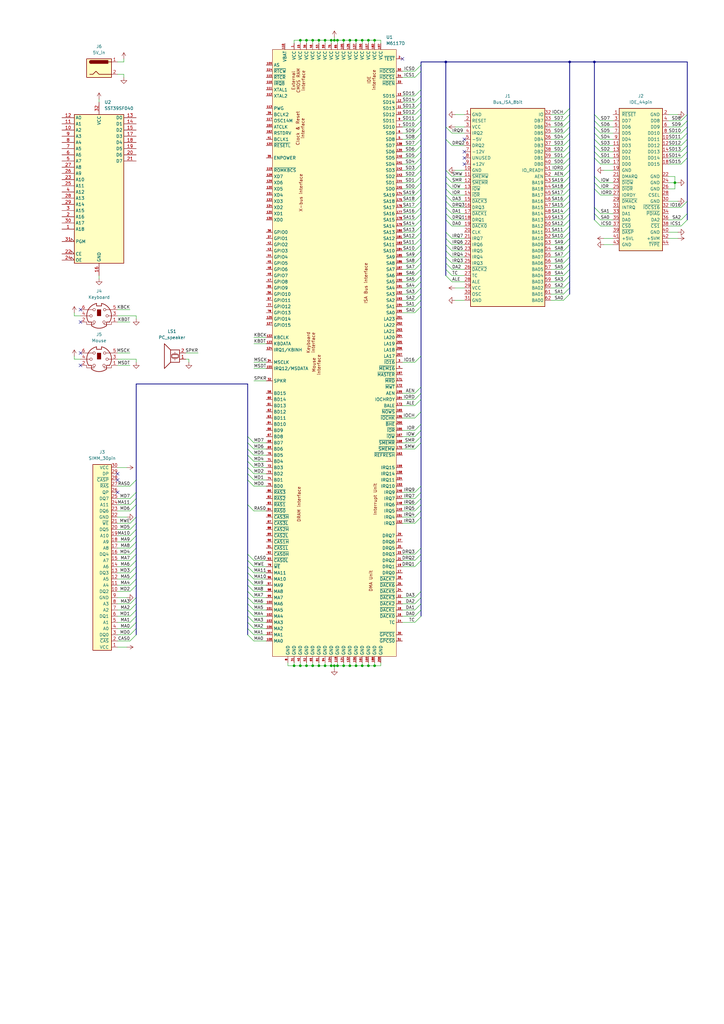
<source format=kicad_sch>
(kicad_sch (version 20231120) (generator "eeschema") (generator_version "8.0")
  (paper "A3" portrait)
  (title_block (title "Breakout386 main board") (company "Itsemast"))
  (junction (at 243.84 25.4))
  (junction (at 148.59 273.05))
  (junction (at 276.86 74.93))
  (junction (at 148.59 16.51))
  (junction (at 137.16 273.05))
  (junction (at 130.81 16.51))
  (junction (at 182.88 25.4))
  (junction (at 143.51 16.51))
  (junction (at 140.97 273.05))
  (junction (at 128.27 16.51))
  (junction (at 120.65 273.05))
  (junction (at 138.43 16.51))
  (junction (at 133.35 16.51))
  (junction (at 140.97 16.51))
  (junction (at 123.19 16.51))
  (junction (at 151.13 273.05))
  (junction (at 153.67 16.51))
  (junction (at 233.68 25.4))
  (junction (at 146.05 273.05))
  (junction (at 133.35 273.05))
  (junction (at 135.89 16.51))
  (junction (at 138.43 273.05))
  (junction (at 146.05 16.51))
  (junction (at 135.89 273.05))
  (junction (at 153.67 273.05))
  (junction (at 143.51 273.05))
  (junction (at 151.13 16.51))
  (junction (at 137.16 16.51))
  (junction (at 123.19 273.05))
  (junction (at 125.73 273.05))
  (junction (at 130.81 273.05))
  (junction (at 128.27 273.05))
  (junction (at 125.73 16.51))
  (no_connect (at 33.02 127))
  (no_connect (at 190.5 62.23))
  (no_connect (at 190.5 64.77))
  (no_connect (at 33.02 144.78))
  (no_connect (at 33.02 149.86))
  (no_connect (at 190.5 57.15))
  (no_connect (at 190.5 67.31))
  (no_connect (at 33.02 132.08))
  (no_connect (at 165.1 24.13))
  (no_connect (at 48.26 194.31))
  (no_connect (at 48.26 196.85))
  (no_connect (at 48.26 201.93))
  (bus_entry (at 231.14 110.49) (size 2.54 -2.54))
  (bus_entry (at 246.38 59.69) (size -2.54 -2.54))
  (bus_entry (at 170.18 110.49) (size 2.54 -2.54))
  (bus_entry (at 104.14 242.57) (size -2.54 -2.54))
  (bus_entry (at 243.84 74.93) (size 2.54 2.54))
  (bus_entry (at 170.18 107.95) (size 2.54 -2.54))
  (bus_entry (at 172.72 242.57) (size -2.54 2.54))
  (bus_entry (at 170.18 85.09) (size 2.54 -2.54))
  (bus_entry (at 172.72 199.39) (size -2.54 2.54))
  (bus_entry (at 53.34 232.41) (size 2.54 -2.54))
  (bus_entry (at 170.18 161.29) (size 2.54 -2.54))
  (bus_entry (at 231.14 90.17) (size 2.54 -2.54))
  (bus_entry (at 170.18 72.39) (size 2.54 -2.54))
  (bus_entry (at 104.14 250.19) (size -2.54 -2.54))
  (bus_entry (at 170.18 97.79) (size 2.54 -2.54))
  (bus_entry (at 170.18 41.91) (size 2.54 -2.54))
  (bus_entry (at 172.72 176.53) (size -2.54 2.54))
  (bus_entry (at 231.14 69.85) (size 2.54 -2.54))
  (bus_entry (at 53.34 214.63) (size 2.54 -2.54))
  (bus_entry (at 104.14 194.31) (size -2.54 -2.54))
  (bus_entry (at 231.14 113.03) (size 2.54 -2.54))
  (bus_entry (at 231.14 59.69) (size 2.54 -2.54))
  (bus_entry (at 182.88 57.15) (size 2.54 2.54))
  (bus_entry (at 104.14 255.27) (size -2.54 -2.54))
  (bus_entry (at 182.88 82.55) (size 2.54 2.54))
  (bus_entry (at 172.72 173.99) (size -2.54 2.54))
  (bus_entry (at 170.18 115.57) (size 2.54 -2.54))
  (bus_entry (at 170.18 123.19) (size 2.54 -2.54))
  (bus_entry (at 53.34 207.01) (size 2.54 -2.54))
  (bus_entry (at 231.14 118.11) (size 2.54 -2.54))
  (bus_entry (at 279.4 85.09) (size 2.54 -2.54))
  (bus_entry (at 53.34 199.39) (size 2.54 -2.54))
  (bus_entry (at 170.18 113.03) (size 2.54 -2.54))
  (bus_entry (at 53.34 240.03) (size 2.54 -2.54))
  (bus_entry (at 182.88 105.41) (size 2.54 2.54))
  (bus_entry (at 53.34 204.47) (size 2.54 -2.54))
  (bus_entry (at 170.18 39.37) (size 2.54 -2.54))
  (bus_entry (at 170.18 100.33) (size 2.54 -2.54))
  (bus_entry (at 231.14 102.87) (size 2.54 -2.54))
  (bus_entry (at 104.14 184.15) (size -2.54 -2.54))
  (bus_entry (at 104.14 260.35) (size -2.54 -2.54))
  (bus_entry (at 104.14 189.23) (size -2.54 -2.54))
  (bus_entry (at 182.88 80.01) (size 2.54 2.54))
  (bus_entry (at 104.14 262.89) (size -2.54 -2.54))
  (bus_entry (at 53.34 257.81) (size 2.54 -2.54))
  (bus_entry (at 182.88 72.39) (size 2.54 2.54))
  (bus_entry (at 246.38 54.61) (size -2.54 -2.54))
  (bus_entry (at 246.38 62.23) (size -2.54 -2.54))
  (bus_entry (at 170.18 69.85) (size 2.54 -2.54))
  (bus_entry (at 104.14 237.49) (size -2.54 -2.54))
  (bus_entry (at 231.14 54.61) (size 2.54 -2.54))
  (bus_entry (at 170.18 62.23) (size 2.54 -2.54))
  (bus_entry (at 246.38 67.31) (size -2.54 -2.54))
  (bus_entry (at 104.14 252.73) (size -2.54 -2.54))
  (bus_entry (at 182.88 69.85) (size 2.54 2.54))
  (bus_entry (at 172.72 181.61) (size -2.54 2.54))
  (bus_entry (at 170.18 90.17) (size 2.54 -2.54))
  (bus_entry (at 182.88 102.87) (size 2.54 2.54))
  (bus_entry (at 246.38 64.77) (size -2.54 -2.54))
  (bus_entry (at 231.14 80.01) (size 2.54 -2.54))
  (bus_entry (at 170.18 92.71) (size 2.54 -2.54))
  (bus_entry (at 231.14 49.53) (size 2.54 -2.54))
  (bus_entry (at 53.34 237.49) (size 2.54 -2.54))
  (bus_entry (at 170.18 171.45) (size 2.54 -2.54))
  (bus_entry (at 246.38 90.17) (size -2.54 -2.54))
  (bus_entry (at 53.34 250.19) (size 2.54 -2.54))
  (bus_entry (at 279.4 62.23) (size 2.54 -2.54))
  (bus_entry (at 104.14 234.95) (size -2.54 -2.54))
  (bus_entry (at 231.14 97.79) (size 2.54 -2.54))
  (bus_entry (at 53.34 242.57) (size 2.54 -2.54))
  (bus_entry (at 170.18 77.47) (size 2.54 -2.54))
  (bus_entry (at 231.14 105.41) (size 2.54 -2.54))
  (bus_entry (at 53.34 209.55) (size 2.54 -2.54))
  (bus_entry (at 279.4 92.71) (size 2.54 -2.54))
  (bus_entry (at 182.88 110.49) (size 2.54 2.54))
  (bus_entry (at 279.4 64.77) (size 2.54 -2.54))
  (bus_entry (at 53.34 217.17) (size 2.54 -2.54))
  (bus_entry (at 104.14 209.55) (size -2.54 -2.54))
  (bus_entry (at 172.72 250.19) (size -2.54 2.54))
  (bus_entry (at 170.18 64.77) (size 2.54 -2.54))
  (bus_entry (at 279.4 67.31) (size 2.54 -2.54))
  (bus_entry (at 53.34 224.79) (size 2.54 -2.54))
  (bus_entry (at 170.18 44.45) (size 2.54 -2.54))
  (bus_entry (at 246.38 49.53) (size -2.54 -2.54))
  (bus_entry (at 231.14 46.99) (size 2.54 -2.54))
  (bus_entry (at 104.14 181.61) (size -2.54 -2.54))
  (bus_entry (at 231.14 57.15) (size 2.54 -2.54))
  (bus_entry (at 104.14 199.39) (size -2.54 -2.54))
  (bus_entry (at 104.14 186.69) (size -2.54 -2.54))
  (bus_entry (at 53.34 227.33) (size 2.54 -2.54))
  (bus_entry (at 279.4 57.15) (size 2.54 -2.54))
  (bus_entry (at 170.18 31.75) (size 2.54 -2.54))
  (bus_entry (at 170.18 105.41) (size 2.54 -2.54))
  (bus_entry (at 231.14 92.71) (size 2.54 -2.54))
  (bus_entry (at 182.88 97.79) (size 2.54 2.54))
  (bus_entry (at 182.88 95.25) (size 2.54 2.54))
  (bus_entry (at 231.14 100.33) (size 2.54 -2.54))
  (bus_entry (at 231.14 52.07) (size 2.54 -2.54))
  (bus_entry (at 231.14 77.47) (size 2.54 -2.54))
  (bus_entry (at 170.18 118.11) (size 2.54 -2.54))
  (bus_entry (at 182.88 77.47) (size 2.54 2.54))
  (bus_entry (at 53.34 262.89) (size 2.54 -2.54))
  (bus_entry (at 170.18 74.93) (size 2.54 -2.54))
  (bus_entry (at 246.38 52.07) (size -2.54 -2.54))
  (bus_entry (at 231.14 74.93) (size 2.54 -2.54))
  (bus_entry (at 279.4 52.07) (size 2.54 -2.54))
  (bus_entry (at 104.14 196.85) (size -2.54 -2.54))
  (bus_entry (at 279.4 59.69) (size 2.54 -2.54))
  (bus_entry (at 170.18 120.65) (size 2.54 -2.54))
  (bus_entry (at 170.18 80.01) (size 2.54 -2.54))
  (bus_entry (at 170.18 128.27) (size 2.54 -2.54))
  (bus_entry (at 53.34 234.95) (size 2.54 -2.54))
  (bus_entry (at 53.34 247.65) (size 2.54 -2.54))
  (bus_entry (at 53.34 222.25) (size 2.54 -2.54))
  (bus_entry (at 53.34 260.35) (size 2.54 -2.54))
  (bus_entry (at 231.14 120.65) (size 2.54 -2.54))
  (bus_entry (at 53.34 255.27) (size 2.54 -2.54))
  (bus_entry (at 172.72 179.07) (size -2.54 2.54))
  (bus_entry (at 231.14 82.55) (size 2.54 -2.54))
  (bus_entry (at 170.18 29.21) (size 2.54 -2.54))
  (bus_entry (at 172.72 204.47) (size -2.54 2.54))
  (bus_entry (at 182.88 87.63) (size 2.54 2.54))
  (bus_entry (at 231.14 123.19) (size 2.54 -2.54))
  (bus_entry (at 53.34 229.87) (size 2.54 -2.54))
  (bus_entry (at 104.14 191.77) (size -2.54 -2.54))
  (bus_entry (at 170.18 57.15) (size 2.54 -2.54))
  (bus_entry (at 172.72 229.87) (size -2.54 2.54))
  (bus_entry (at 231.14 72.39) (size 2.54 -2.54))
  (bus_entry (at 182.88 113.03) (size 2.54 2.54))
  (bus_entry (at 170.18 54.61) (size 2.54 -2.54))
  (bus_entry (at 182.88 90.17) (size 2.54 2.54))
  (bus_entry (at 104.14 229.87) (size -2.54 -2.54))
  (bus_entry (at 172.72 224.79) (size -2.54 2.54))
  (bus_entry (at 172.72 227.33) (size -2.54 2.54))
  (bus_entry (at 246.38 57.15) (size -2.54 -2.54))
  (bus_entry (at 170.18 46.99) (size 2.54 -2.54))
  (bus_entry (at 172.72 245.11) (size -2.54 2.54))
  (bus_entry (at 104.14 240.03) (size -2.54 -2.54))
  (bus_entry (at 231.14 95.25) (size 2.54 -2.54))
  (bus_entry (at 170.18 82.55) (size 2.54 -2.54))
  (bus_entry (at 246.38 80.01) (size -2.54 -2.54))
  (bus_entry (at 246.38 87.63) (size -2.54 -2.54))
  (bus_entry (at 170.18 52.07) (size 2.54 -2.54))
  (bus_entry (at 231.14 87.63) (size 2.54 -2.54))
  (bus_entry (at 279.4 49.53) (size 2.54 -2.54))
  (bus_entry (at 246.38 92.71) (size -2.54 -2.54))
  (bus_entry (at 231.14 64.77) (size 2.54 -2.54))
  (bus_entry (at 104.14 247.65) (size -2.54 -2.54))
  (bus_entry (at 172.72 209.55) (size -2.54 2.54))
  (bus_entry (at 172.72 212.09) (size -2.54 2.54))
  (bus_entry (at 182.88 74.93) (size 2.54 2.54))
  (bus_entry (at 243.84 72.39) (size 2.54 2.54))
  (bus_entry (at 231.14 115.57) (size 2.54 -2.54))
  (bus_entry (at 170.18 102.87) (size 2.54 -2.54))
  (bus_entry (at 104.14 257.81) (size -2.54 -2.54))
  (bus_entry (at 182.88 52.07) (size 2.54 2.54))
  (bus_entry (at 170.18 49.53) (size 2.54 -2.54))
  (bus_entry (at 170.18 67.31) (size 2.54 -2.54))
  (bus_entry (at 172.72 207.01) (size -2.54 2.54))
  (bus_entry (at 231.14 67.31) (size 2.54 -2.54))
  (bus_entry (at 170.18 163.83) (size 2.54 -2.54))
  (bus_entry (at 172.72 201.93) (size -2.54 2.54))
  (bus_entry (at 231.14 85.09) (size 2.54 -2.54))
  (bus_entry (at 231.14 107.95) (size 2.54 -2.54))
  (bus_entry (at 53.34 219.71) (size 2.54 -2.54))
  (bus_entry (at 104.14 245.11) (size -2.54 -2.54))
  (bus_entry (at 279.4 54.61) (size 2.54 -2.54))
  (bus_entry (at 172.72 247.65) (size -2.54 2.54))
  (bus_entry (at 104.14 232.41) (size -2.54 -2.54))
  (bus_entry (at 279.4 90.17) (size 2.54 -2.54))
  (bus_entry (at 170.18 87.63) (size 2.54 -2.54))
  (bus_entry (at 231.14 62.23) (size 2.54 -2.54))
  (bus_entry (at 182.88 85.09) (size 2.54 2.54))
  (bus_entry (at 170.18 148.59) (size 2.54 -2.54))
  (bus_entry (at 172.72 252.73) (size -2.54 2.54))
  (bus_entry (at 182.88 107.95) (size 2.54 2.54))
  (bus_entry (at 182.88 100.33) (size 2.54 2.54))
  (bus_entry (at 170.18 125.73) (size 2.54 -2.54))
  (bus_entry (at 170.18 95.25) (size 2.54 -2.54))
  (bus_entry (at 172.72 163.83) (size -2.54 2.54))
  (bus_entry (at 170.18 59.69) (size 2.54 -2.54))
  (bus_entry (at 53.34 252.73) (size 2.54 -2.54))
  (wire (pts (xy 251.46 80.01) (xy 246.38 80.01)))
  (wire (pts (xy 151.13 271.78) (xy 151.13 273.05)))
  (wire (pts (xy 274.32 72.39) (xy 276.86 72.39)))
  (wire (pts (xy 165.1 107.95) (xy 170.18 107.95)))
  (bus (pts (xy 172.72 201.93) (xy 172.72 204.47)))
  (bus (pts (xy 55.88 219.71) (xy 55.88 217.17)))
  (bus (pts (xy 172.72 77.47) (xy 172.72 74.93)))
  (bus (pts (xy 233.68 85.09) (xy 233.68 87.63)))
  (wire (pts (xy 137.16 15.24) (xy 137.16 16.51)))
  (wire (pts (xy 165.1 128.27) (xy 170.18 128.27)))
  (wire (pts (xy 52.07 212.09) (xy 48.26 212.09)))
  (bus (pts (xy 281.94 46.99) (xy 281.94 49.53)))
  (bus (pts (xy 172.72 62.23) (xy 172.72 59.69)))
  (wire (pts (xy 185.42 59.69) (xy 190.5 59.69)))
  (wire (pts (xy 48.26 224.79) (xy 53.34 224.79)))
  (wire (pts (xy 165.1 125.73) (xy 170.18 125.73)))
  (wire (pts (xy 137.16 274.32) (xy 137.16 273.05)))
  (bus (pts (xy 243.84 77.47) (xy 243.84 74.93)))
  (wire (pts (xy 148.59 16.51) (xy 151.13 16.51)))
  (wire (pts (xy 185.42 102.87) (xy 190.5 102.87)))
  (bus (pts (xy 55.88 217.17) (xy 55.88 214.63)))
  (bus (pts (xy 55.88 237.49) (xy 55.88 234.95)))
  (wire (pts (xy 246.38 74.93) (xy 251.46 74.93)))
  (wire (pts (xy 48.26 25.4) (xy 50.8 25.4)))
  (wire (pts (xy 165.1 69.85) (xy 170.18 69.85)))
  (bus (pts (xy 101.6 245.11) (xy 101.6 247.65)))
  (wire (pts (xy 186.69 46.99) (xy 190.5 46.99)))
  (bus (pts (xy 233.68 97.79) (xy 233.68 100.33)))
  (wire (pts (xy 165.1 113.03) (xy 170.18 113.03)))
  (wire (pts (xy 77.47 147.32) (xy 77.47 148.59)))
  (wire (pts (xy 185.42 82.55) (xy 190.5 82.55)))
  (wire (pts (xy 251.46 49.53) (xy 246.38 49.53)))
  (wire (pts (xy 30.48 147.32) (xy 33.02 147.32)))
  (wire (pts (xy 48.26 262.89) (xy 53.34 262.89)))
  (wire (pts (xy 48.26 255.27) (xy 53.34 255.27)))
  (wire (pts (xy 165.1 100.33) (xy 170.18 100.33)))
  (bus (pts (xy 182.88 90.17) (xy 182.88 95.25)))
  (wire (pts (xy 137.16 273.05) (xy 138.43 273.05)))
  (wire (pts (xy 226.06 57.15) (xy 231.14 57.15)))
  (bus (pts (xy 172.72 67.31) (xy 172.72 64.77)))
  (wire (pts (xy 185.42 72.39) (xy 190.5 72.39)))
  (wire (pts (xy 247.65 97.79) (xy 251.46 97.79)))
  (wire (pts (xy 48.26 252.73) (xy 53.34 252.73)))
  (bus (pts (xy 233.68 105.41) (xy 233.68 107.95)))
  (wire (pts (xy 170.18 255.27) (xy 165.1 255.27)))
  (wire (pts (xy 133.35 16.51) (xy 130.81 16.51)))
  (wire (pts (xy 156.21 16.51) (xy 156.21 17.78)))
  (bus (pts (xy 233.68 118.11) (xy 233.68 120.65)))
  (wire (pts (xy 109.22 156.21) (xy 104.14 156.21)))
  (wire (pts (xy 138.43 271.78) (xy 138.43 273.05)))
  (bus (pts (xy 233.68 113.03) (xy 233.68 115.57)))
  (bus (pts (xy 101.6 229.87) (xy 101.6 232.41)))
  (wire (pts (xy 170.18 201.93) (xy 165.1 201.93)))
  (wire (pts (xy 109.22 242.57) (xy 104.14 242.57)))
  (wire (pts (xy 226.06 54.61) (xy 231.14 54.61)))
  (bus (pts (xy 55.88 222.25) (xy 55.88 219.71)))
  (wire (pts (xy 109.22 138.43) (xy 104.14 138.43)))
  (wire (pts (xy 170.18 204.47) (xy 165.1 204.47)))
  (wire (pts (xy 170.18 176.53) (xy 165.1 176.53)))
  (wire (pts (xy 226.06 74.93) (xy 231.14 74.93)))
  (wire (pts (xy 81.28 144.78) (xy 76.2 144.78)))
  (bus (pts (xy 182.88 110.49) (xy 182.88 113.03)))
  (wire (pts (xy 48.26 247.65) (xy 53.34 247.65)))
  (wire (pts (xy 165.1 44.45) (xy 170.18 44.45)))
  (bus (pts (xy 55.88 157.48) (xy 101.6 157.48)))
  (bus (pts (xy 101.6 196.85) (xy 101.6 207.01)))
  (wire (pts (xy 185.42 92.71) (xy 190.5 92.71)))
  (bus (pts (xy 172.72 125.73) (xy 172.72 146.05)))
  (bus (pts (xy 101.6 232.41) (xy 101.6 234.95)))
  (wire (pts (xy 185.42 107.95) (xy 190.5 107.95)))
  (wire (pts (xy 185.42 77.47) (xy 190.5 77.47)))
  (bus (pts (xy 233.68 74.93) (xy 233.68 77.47)))
  (wire (pts (xy 151.13 16.51) (xy 153.67 16.51)))
  (wire (pts (xy 278.13 97.79) (xy 274.32 97.79)))
  (wire (pts (xy 143.51 271.78) (xy 143.51 273.05)))
  (bus (pts (xy 281.94 82.55) (xy 281.94 87.63)))
  (wire (pts (xy 109.22 186.69) (xy 104.14 186.69)))
  (wire (pts (xy 226.06 72.39) (xy 231.14 72.39)))
  (wire (pts (xy 135.89 16.51) (xy 133.35 16.51)))
  (wire (pts (xy 53.34 149.86) (xy 48.26 149.86)))
  (wire (pts (xy 148.59 273.05) (xy 151.13 273.05)))
  (wire (pts (xy 226.06 97.79) (xy 231.14 97.79)))
  (bus (pts (xy 172.72 95.25) (xy 172.72 92.71)))
  (bus (pts (xy 101.6 179.07) (xy 101.6 181.61)))
  (wire (pts (xy 138.43 16.51) (xy 140.97 16.51)))
  (bus (pts (xy 101.6 181.61) (xy 101.6 184.15)))
  (bus (pts (xy 172.72 29.21) (xy 172.72 26.67)))
  (wire (pts (xy 186.69 52.07) (xy 190.5 52.07)))
  (bus (pts (xy 101.6 247.65) (xy 101.6 250.19)))
  (bus (pts (xy 233.68 57.15) (xy 233.68 59.69)))
  (wire (pts (xy 226.06 100.33) (xy 231.14 100.33)))
  (wire (pts (xy 109.22 240.03) (xy 104.14 240.03)))
  (wire (pts (xy 76.2 147.32) (xy 77.47 147.32)))
  (bus (pts (xy 233.68 72.39) (xy 233.68 74.93)))
  (bus (pts (xy 281.94 52.07) (xy 281.94 54.61)))
  (bus (pts (xy 172.72 204.47) (xy 172.72 207.01)))
  (wire (pts (xy 130.81 16.51) (xy 130.81 17.78)))
  (bus (pts (xy 172.72 44.45) (xy 172.72 41.91)))
  (bus (pts (xy 172.72 158.75) (xy 172.72 161.29)))
  (bus (pts (xy 172.72 168.91) (xy 172.72 173.99)))
  (wire (pts (xy 185.42 110.49) (xy 190.5 110.49)))
  (wire (pts (xy 226.06 59.69) (xy 231.14 59.69)))
  (bus (pts (xy 172.72 110.49) (xy 172.72 107.95)))
  (wire (pts (xy 226.06 69.85) (xy 231.14 69.85)))
  (wire (pts (xy 251.46 92.71) (xy 246.38 92.71)))
  (wire (pts (xy 109.22 252.73) (xy 104.14 252.73)))
  (bus (pts (xy 233.68 64.77) (xy 233.68 67.31)))
  (bus (pts (xy 281.94 59.69) (xy 281.94 62.23)))
  (bus (pts (xy 172.72 229.87) (xy 172.72 242.57)))
  (wire (pts (xy 109.22 189.23) (xy 104.14 189.23)))
  (wire (pts (xy 140.97 16.51) (xy 143.51 16.51)))
  (bus (pts (xy 172.72 242.57) (xy 172.72 245.11)))
  (wire (pts (xy 226.06 115.57) (xy 231.14 115.57)))
  (wire (pts (xy 170.18 214.63) (xy 165.1 214.63)))
  (bus (pts (xy 233.68 46.99) (xy 233.68 49.53)))
  (wire (pts (xy 53.34 127) (xy 48.26 127)))
  (wire (pts (xy 48.26 237.49) (xy 53.34 237.49)))
  (bus (pts (xy 172.72 115.57) (xy 172.72 113.03)))
  (wire (pts (xy 165.1 148.59) (xy 170.18 148.59)))
  (wire (pts (xy 165.1 57.15) (xy 170.18 57.15)))
  (bus (pts (xy 243.84 85.09) (xy 243.84 77.47)))
  (wire (pts (xy 226.06 95.25) (xy 231.14 95.25)))
  (bus (pts (xy 172.72 107.95) (xy 172.72 105.41)))
  (bus (pts (xy 172.72 92.71) (xy 172.72 90.17)))
  (wire (pts (xy 146.05 16.51) (xy 148.59 16.51)))
  (wire (pts (xy 120.65 271.78) (xy 120.65 273.05)))
  (bus (pts (xy 172.72 181.61) (xy 172.72 199.39)))
  (bus (pts (xy 55.88 229.87) (xy 55.88 227.33)))
  (wire (pts (xy 52.07 265.43) (xy 48.26 265.43)))
  (bus (pts (xy 101.6 242.57) (xy 101.6 245.11)))
  (bus (pts (xy 243.84 54.61) (xy 243.84 52.07)))
  (wire (pts (xy 128.27 16.51) (xy 125.73 16.51)))
  (bus (pts (xy 172.72 199.39) (xy 172.72 201.93)))
  (wire (pts (xy 185.42 85.09) (xy 190.5 85.09)))
  (bus (pts (xy 281.94 49.53) (xy 281.94 52.07)))
  (wire (pts (xy 274.32 85.09) (xy 279.4 85.09)))
  (wire (pts (xy 165.1 77.47) (xy 170.18 77.47)))
  (wire (pts (xy 170.18 247.65) (xy 165.1 247.65)))
  (bus (pts (xy 101.6 234.95) (xy 101.6 237.49)))
  (bus (pts (xy 281.94 57.15) (xy 281.94 59.69)))
  (wire (pts (xy 146.05 271.78) (xy 146.05 273.05)))
  (bus (pts (xy 101.6 184.15) (xy 101.6 186.69)))
  (wire (pts (xy 109.22 229.87) (xy 104.14 229.87)))
  (bus (pts (xy 243.84 25.4) (xy 281.94 25.4)))
  (bus (pts (xy 182.88 85.09) (xy 182.88 87.63)))
  (wire (pts (xy 138.43 16.51) (xy 138.43 17.78)))
  (wire (pts (xy 274.32 54.61) (xy 279.4 54.61)))
  (bus (pts (xy 172.72 82.55) (xy 172.72 80.01)))
  (wire (pts (xy 123.19 16.51) (xy 123.19 17.78)))
  (bus (pts (xy 172.72 245.11) (xy 172.72 247.65)))
  (wire (pts (xy 48.26 147.32) (xy 55.88 147.32)))
  (bus (pts (xy 243.84 87.63) (xy 243.84 85.09)))
  (wire (pts (xy 165.1 80.01) (xy 170.18 80.01)))
  (wire (pts (xy 48.26 214.63) (xy 53.34 214.63)))
  (wire (pts (xy 165.1 120.65) (xy 170.18 120.65)))
  (wire (pts (xy 276.86 72.39) (xy 276.86 74.93)))
  (wire (pts (xy 226.06 123.19) (xy 231.14 123.19)))
  (wire (pts (xy 226.06 64.77) (xy 231.14 64.77)))
  (bus (pts (xy 101.6 207.01) (xy 101.6 227.33)))
  (bus (pts (xy 172.72 57.15) (xy 172.72 54.61)))
  (wire (pts (xy 226.06 107.95) (xy 231.14 107.95)))
  (wire (pts (xy 48.26 207.01) (xy 53.34 207.01)))
  (wire (pts (xy 148.59 271.78) (xy 148.59 273.05)))
  (wire (pts (xy 146.05 16.51) (xy 146.05 17.78)))
  (wire (pts (xy 165.1 59.69) (xy 170.18 59.69)))
  (wire (pts (xy 48.26 229.87) (xy 53.34 229.87)))
  (wire (pts (xy 140.97 16.51) (xy 140.97 17.78)))
  (bus (pts (xy 233.68 77.47) (xy 233.68 80.01)))
  (wire (pts (xy 186.69 69.85) (xy 190.5 69.85)))
  (bus (pts (xy 233.68 92.71) (xy 233.68 95.25)))
  (wire (pts (xy 226.06 90.17) (xy 231.14 90.17)))
  (bus (pts (xy 172.72 179.07) (xy 172.72 181.61)))
  (bus (pts (xy 172.72 97.79) (xy 172.72 95.25)))
  (bus (pts (xy 172.72 72.39) (xy 172.72 69.85)))
  (bus (pts (xy 182.88 102.87) (xy 182.88 105.41)))
  (wire (pts (xy 53.34 132.08) (xy 48.26 132.08)))
  (wire (pts (xy 170.18 245.11) (xy 165.1 245.11)))
  (bus (pts (xy 281.94 62.23) (xy 281.94 64.77)))
  (wire (pts (xy 274.32 92.71) (xy 279.4 92.71)))
  (wire (pts (xy 48.26 222.25) (xy 53.34 222.25)))
  (wire (pts (xy 109.22 181.61) (xy 104.14 181.61)))
  (wire (pts (xy 226.06 120.65) (xy 231.14 120.65)))
  (bus (pts (xy 233.68 52.07) (xy 233.68 54.61)))
  (bus (pts (xy 172.72 87.63) (xy 172.72 85.09)))
  (wire (pts (xy 52.07 245.11) (xy 48.26 245.11)))
  (wire (pts (xy 247.65 100.33) (xy 251.46 100.33)))
  (bus (pts (xy 172.72 59.69) (xy 172.72 57.15)))
  (wire (pts (xy 48.26 199.39) (xy 53.34 199.39)))
  (wire (pts (xy 143.51 16.51) (xy 143.51 17.78)))
  (wire (pts (xy 137.16 16.51) (xy 138.43 16.51)))
  (bus (pts (xy 182.88 97.79) (xy 182.88 100.33)))
  (wire (pts (xy 125.73 16.51) (xy 125.73 17.78)))
  (bus (pts (xy 101.6 255.27) (xy 101.6 257.81)))
  (bus (pts (xy 55.88 232.41) (xy 55.88 229.87)))
  (wire (pts (xy 52.07 191.77) (xy 48.26 191.77)))
  (wire (pts (xy 170.18 250.19) (xy 165.1 250.19)))
  (bus (pts (xy 172.72 54.61) (xy 172.72 52.07)))
  (bus (pts (xy 101.6 186.69) (xy 101.6 189.23)))
  (bus (pts (xy 233.68 25.4) (xy 233.68 44.45)))
  (wire (pts (xy 48.26 227.33) (xy 53.34 227.33)))
  (wire (pts (xy 274.32 57.15) (xy 279.4 57.15)))
  (wire (pts (xy 120.65 273.05) (xy 118.11 273.05)))
  (wire (pts (xy 170.18 212.09) (xy 165.1 212.09)))
  (bus (pts (xy 182.88 69.85) (xy 182.88 72.39)))
  (wire (pts (xy 109.22 209.55) (xy 104.14 209.55)))
  (wire (pts (xy 165.1 85.09) (xy 170.18 85.09)))
  (wire (pts (xy 226.06 82.55) (xy 231.14 82.55)))
  (wire (pts (xy 165.1 123.19) (xy 170.18 123.19)))
  (bus (pts (xy 55.88 214.63) (xy 55.88 212.09)))
  (bus (pts (xy 182.88 72.39) (xy 182.88 74.93)))
  (wire (pts (xy 247.65 69.85) (xy 251.46 69.85)))
  (wire (pts (xy 165.1 31.75) (xy 170.18 31.75)))
  (wire (pts (xy 148.59 16.51) (xy 148.59 17.78)))
  (wire (pts (xy 128.27 273.05) (xy 125.73 273.05)))
  (wire (pts (xy 165.1 74.93) (xy 170.18 74.93)))
  (wire (pts (xy 170.18 179.07) (xy 165.1 179.07)))
  (wire (pts (xy 143.51 273.05) (xy 146.05 273.05)))
  (bus (pts (xy 172.72 207.01) (xy 172.72 209.55)))
  (bus (pts (xy 101.6 189.23) (xy 101.6 191.77)))
  (bus (pts (xy 243.84 25.4) (xy 233.68 25.4)))
  (bus (pts (xy 172.72 173.99) (xy 172.72 176.53)))
  (wire (pts (xy 130.81 271.78) (xy 130.81 273.05)))
  (bus (pts (xy 182.88 95.25) (xy 182.88 97.79)))
  (wire (pts (xy 109.22 234.95) (xy 104.14 234.95)))
  (wire (pts (xy 226.06 110.49) (xy 231.14 110.49)))
  (bus (pts (xy 172.72 49.53) (xy 172.72 46.99)))
  (wire (pts (xy 135.89 16.51) (xy 135.89 17.78)))
  (wire (pts (xy 133.35 16.51) (xy 133.35 17.78)))
  (wire (pts (xy 226.06 85.09) (xy 231.14 85.09)))
  (wire (pts (xy 251.46 87.63) (xy 246.38 87.63)))
  (bus (pts (xy 172.72 176.53) (xy 172.72 179.07)))
  (wire (pts (xy 123.19 271.78) (xy 123.19 273.05)))
  (bus (pts (xy 172.72 105.41) (xy 172.72 102.87)))
  (wire (pts (xy 226.06 92.71) (xy 231.14 92.71)))
  (bus (pts (xy 233.68 82.55) (xy 233.68 85.09)))
  (wire (pts (xy 109.22 250.19) (xy 104.14 250.19)))
  (bus (pts (xy 172.72 26.67) (xy 172.72 25.4)))
  (bus (pts (xy 172.72 36.83) (xy 172.72 29.21)))
  (wire (pts (xy 251.46 67.31) (xy 246.38 67.31)))
  (wire (pts (xy 251.46 59.69) (xy 246.38 59.69)))
  (bus (pts (xy 233.68 100.33) (xy 233.68 102.87)))
  (wire (pts (xy 125.73 16.51) (xy 123.19 16.51)))
  (wire (pts (xy 30.48 146.05) (xy 30.48 147.32)))
  (wire (pts (xy 133.35 273.05) (xy 130.81 273.05)))
  (wire (pts (xy 274.32 49.53) (xy 279.4 49.53)))
  (wire (pts (xy 153.67 16.51) (xy 153.67 17.78)))
  (bus (pts (xy 172.72 212.09) (xy 172.72 224.79)))
  (wire (pts (xy 118.11 271.78) (xy 118.11 273.05)))
  (bus (pts (xy 182.88 74.93) (xy 182.88 77.47)))
  (bus (pts (xy 172.72 250.19) (xy 172.72 252.73)))
  (bus (pts (xy 172.72 39.37) (xy 172.72 36.83)))
  (wire (pts (xy 278.13 82.55) (xy 274.32 82.55)))
  (bus (pts (xy 182.88 105.41) (xy 182.88 107.95)))
  (wire (pts (xy 185.42 87.63) (xy 190.5 87.63)))
  (bus (pts (xy 233.68 90.17) (xy 233.68 92.71)))
  (wire (pts (xy 109.22 262.89) (xy 104.14 262.89)))
  (wire (pts (xy 226.06 67.31) (xy 231.14 67.31)))
  (wire (pts (xy 109.22 151.13) (xy 104.14 151.13)))
  (wire (pts (xy 137.16 273.05) (xy 135.89 273.05)))
  (wire (pts (xy 109.22 196.85) (xy 104.14 196.85)))
  (bus (pts (xy 182.88 107.95) (xy 182.88 110.49)))
  (wire (pts (xy 109.22 199.39) (xy 104.14 199.39)))
  (wire (pts (xy 151.13 16.51) (xy 151.13 17.78)))
  (wire (pts (xy 165.1 54.61) (xy 170.18 54.61)))
  (wire (pts (xy 185.42 113.03) (xy 190.5 113.03)))
  (bus (pts (xy 281.94 25.4) (xy 281.94 46.99)))
  (bus (pts (xy 172.72 74.93) (xy 172.72 72.39)))
  (bus (pts (xy 55.88 227.33) (xy 55.88 224.79)))
  (wire (pts (xy 156.21 273.05) (xy 156.21 271.78)))
  (bus (pts (xy 243.84 90.17) (xy 243.84 87.63)))
  (bus (pts (xy 243.84 74.93) (xy 243.84 72.39)))
  (wire (pts (xy 109.22 232.41) (xy 104.14 232.41)))
  (bus (pts (xy 233.68 49.53) (xy 233.68 52.07)))
  (bus (pts (xy 233.68 95.25) (xy 233.68 97.79)))
  (wire (pts (xy 170.18 209.55) (xy 165.1 209.55)))
  (wire (pts (xy 48.26 234.95) (xy 53.34 234.95)))
  (wire (pts (xy 109.22 237.49) (xy 104.14 237.49)))
  (bus (pts (xy 101.6 194.31) (xy 101.6 196.85)))
  (wire (pts (xy 165.1 41.91) (xy 170.18 41.91)))
  (wire (pts (xy 109.22 247.65) (xy 104.14 247.65)))
  (wire (pts (xy 226.06 77.47) (xy 231.14 77.47)))
  (wire (pts (xy 165.1 163.83) (xy 170.18 163.83)))
  (wire (pts (xy 274.32 52.07) (xy 279.4 52.07)))
  (wire (pts (xy 153.67 16.51) (xy 156.21 16.51)))
  (wire (pts (xy 123.19 16.51) (xy 120.65 16.51)))
  (wire (pts (xy 143.51 16.51) (xy 146.05 16.51)))
  (wire (pts (xy 170.18 252.73) (xy 165.1 252.73)))
  (wire (pts (xy 165.1 90.17) (xy 170.18 90.17)))
  (wire (pts (xy 276.86 77.47) (xy 276.86 74.93)))
  (bus (pts (xy 172.72 80.01) (xy 172.72 77.47)))
  (bus (pts (xy 55.88 260.35) (xy 55.88 257.81)))
  (wire (pts (xy 165.1 161.29) (xy 170.18 161.29)))
  (wire (pts (xy 251.46 57.15) (xy 246.38 57.15)))
  (wire (pts (xy 109.22 255.27) (xy 104.14 255.27)))
  (wire (pts (xy 274.32 90.17) (xy 279.4 90.17)))
  (wire (pts (xy 165.1 110.49) (xy 170.18 110.49)))
  (wire (pts (xy 55.88 147.32) (xy 55.88 148.59)))
  (wire (pts (xy 130.81 273.05) (xy 128.27 273.05)))
  (bus (pts (xy 172.72 125.73) (xy 172.72 123.19)))
  (bus (pts (xy 182.88 82.55) (xy 182.88 85.09)))
  (wire (pts (xy 109.22 194.31) (xy 104.14 194.31)))
  (wire (pts (xy 48.26 260.35) (xy 53.34 260.35)))
  (wire (pts (xy 48.26 232.41) (xy 53.34 232.41)))
  (wire (pts (xy 226.06 102.87) (xy 231.14 102.87)))
  (wire (pts (xy 274.32 59.69) (xy 279.4 59.69)))
  (wire (pts (xy 251.46 52.07) (xy 246.38 52.07)))
  (bus (pts (xy 172.72 224.79) (xy 172.72 227.33)))
  (wire (pts (xy 165.1 105.41) (xy 170.18 105.41)))
  (bus (pts (xy 182.88 77.47) (xy 182.88 80.01)))
  (wire (pts (xy 251.46 54.61) (xy 246.38 54.61)))
  (wire (pts (xy 226.06 52.07) (xy 231.14 52.07)))
  (wire (pts (xy 274.32 62.23) (xy 279.4 62.23)))
  (wire (pts (xy 165.1 49.53) (xy 170.18 49.53)))
  (wire (pts (xy 165.1 115.57) (xy 170.18 115.57)))
  (wire (pts (xy 165.1 29.21) (xy 170.18 29.21)))
  (bus (pts (xy 55.88 252.73) (xy 55.88 250.19)))
  (bus (pts (xy 243.84 62.23) (xy 243.84 59.69)))
  (wire (pts (xy 48.26 242.57) (xy 53.34 242.57)))
  (bus (pts (xy 172.72 90.17) (xy 172.72 87.63)))
  (bus (pts (xy 172.72 161.29) (xy 172.72 163.83)))
  (wire (pts (xy 140.97 271.78) (xy 140.97 273.05)))
  (wire (pts (xy 226.06 105.41) (xy 231.14 105.41)))
  (wire (pts (xy 165.1 64.77) (xy 170.18 64.77)))
  (wire (pts (xy 185.42 100.33) (xy 190.5 100.33)))
  (wire (pts (xy 185.42 115.57) (xy 190.5 115.57)))
  (wire (pts (xy 165.1 102.87) (xy 170.18 102.87)))
  (bus (pts (xy 172.72 102.87) (xy 172.72 100.33)))
  (bus (pts (xy 233.68 69.85) (xy 233.68 72.39)))
  (bus (pts (xy 233.68 110.49) (xy 233.68 113.03)))
  (bus (pts (xy 101.6 257.81) (xy 101.6 260.35)))
  (wire (pts (xy 153.67 273.05) (xy 156.21 273.05)))
  (wire (pts (xy 186.69 123.19) (xy 190.5 123.19)))
  (wire (pts (xy 165.1 46.99) (xy 170.18 46.99)))
  (wire (pts (xy 278.13 74.93) (xy 276.86 74.93)))
  (bus (pts (xy 233.68 80.01) (xy 233.68 82.55)))
  (wire (pts (xy 251.46 62.23) (xy 246.38 62.23)))
  (bus (pts (xy 233.68 87.63) (xy 233.68 90.17)))
  (wire (pts (xy 48.26 209.55) (xy 53.34 209.55)))
  (wire (pts (xy 165.1 97.79) (xy 170.18 97.79)))
  (wire (pts (xy 30.48 128.27) (xy 30.48 129.54)))
  (wire (pts (xy 109.22 184.15) (xy 104.14 184.15)))
  (bus (pts (xy 172.72 118.11) (xy 172.72 115.57)))
  (bus (pts (xy 243.84 49.53) (xy 243.84 46.99)))
  (bus (pts (xy 182.88 80.01) (xy 182.88 82.55)))
  (wire (pts (xy 278.13 95.25) (xy 274.32 95.25)))
  (wire (pts (xy 125.73 273.05) (xy 123.19 273.05)))
  (bus (pts (xy 55.88 250.19) (xy 55.88 247.65)))
  (wire (pts (xy 135.89 273.05) (xy 133.35 273.05)))
  (wire (pts (xy 130.81 16.51) (xy 128.27 16.51)))
  (wire (pts (xy 170.18 184.15) (xy 165.1 184.15)))
  (bus (pts (xy 172.72 64.77) (xy 172.72 62.23)))
  (bus (pts (xy 243.84 57.15) (xy 243.84 54.61)))
  (wire (pts (xy 128.27 16.51) (xy 128.27 17.78)))
  (wire (pts (xy 55.88 129.54) (xy 55.88 130.81)))
  (wire (pts (xy 165.1 52.07) (xy 170.18 52.07)))
  (bus (pts (xy 55.88 224.79) (xy 55.88 222.25)))
  (bus (pts (xy 243.84 64.77) (xy 243.84 62.23)))
  (wire (pts (xy 185.42 74.93) (xy 190.5 74.93)))
  (bus (pts (xy 182.88 52.07) (xy 182.88 57.15)))
  (wire (pts (xy 170.18 232.41) (xy 165.1 232.41)))
  (wire (pts (xy 185.42 105.41) (xy 190.5 105.41)))
  (wire (pts (xy 109.22 140.97) (xy 104.14 140.97)))
  (wire (pts (xy 48.26 219.71) (xy 53.34 219.71)))
  (wire (pts (xy 165.1 67.31) (xy 170.18 67.31)))
  (wire (pts (xy 185.42 80.01) (xy 190.5 80.01)))
  (bus (pts (xy 172.72 227.33) (xy 172.72 229.87)))
  (wire (pts (xy 138.43 273.05) (xy 140.97 273.05)))
  (bus (pts (xy 182.88 87.63) (xy 182.88 90.17)))
  (wire (pts (xy 135.89 271.78) (xy 135.89 273.05)))
  (wire (pts (xy 170.18 229.87) (xy 165.1 229.87)))
  (wire (pts (xy 226.06 118.11) (xy 231.14 118.11)))
  (wire (pts (xy 226.06 80.01) (xy 231.14 80.01)))
  (wire (pts (xy 109.22 148.59) (xy 104.14 148.59)))
  (bus (pts (xy 233.68 59.69) (xy 233.68 62.23)))
  (bus (pts (xy 55.88 240.03) (xy 55.88 237.49)))
  (wire (pts (xy 165.1 39.37) (xy 170.18 39.37)))
  (bus (pts (xy 281.94 64.77) (xy 281.94 82.55)))
  (wire (pts (xy 186.69 118.11) (xy 190.5 118.11)))
  (wire (pts (xy 109.22 245.11) (xy 104.14 245.11)))
  (bus (pts (xy 55.88 196.85) (xy 55.88 157.48)))
  (wire (pts (xy 251.46 64.77) (xy 246.38 64.77)))
  (wire (pts (xy 48.26 240.03) (xy 53.34 240.03)))
  (wire (pts (xy 185.42 54.61) (xy 190.5 54.61)))
  (wire (pts (xy 226.06 87.63) (xy 231.14 87.63)))
  (bus (pts (xy 55.88 247.65) (xy 55.88 245.11)))
  (bus (pts (xy 172.72 46.99) (xy 172.72 44.45)))
  (wire (pts (xy 185.42 97.79) (xy 190.5 97.79)))
  (wire (pts (xy 123.19 273.05) (xy 120.65 273.05)))
  (bus (pts (xy 172.72 85.09) (xy 172.72 82.55)))
  (bus (pts (xy 172.72 25.4) (xy 182.88 25.4)))
  (bus (pts (xy 101.6 227.33) (xy 101.6 229.87)))
  (wire (pts (xy 48.26 217.17) (xy 53.34 217.17)))
  (wire (pts (xy 48.26 250.19) (xy 53.34 250.19)))
  (wire (pts (xy 246.38 77.47) (xy 251.46 77.47)))
  (bus (pts (xy 172.72 100.33) (xy 172.72 97.79)))
  (bus (pts (xy 101.6 250.19) (xy 101.6 252.73)))
  (bus (pts (xy 55.88 255.27) (xy 55.88 252.73)))
  (wire (pts (xy 165.1 171.45) (xy 170.18 171.45)))
  (wire (pts (xy 165.1 92.71) (xy 170.18 92.71)))
  (wire (pts (xy 226.06 49.53) (xy 231.14 49.53)))
  (bus (pts (xy 172.72 247.65) (xy 172.72 250.19)))
  (bus (pts (xy 55.88 204.47) (xy 55.88 201.93)))
  (wire (pts (xy 40.64 41.91) (xy 40.64 40.64)))
  (bus (pts (xy 243.84 59.69) (xy 243.84 57.15)))
  (bus (pts (xy 55.88 257.81) (xy 55.88 255.27)))
  (wire (pts (xy 140.97 273.05) (xy 143.51 273.05)))
  (wire (pts (xy 170.18 207.01) (xy 165.1 207.01)))
  (wire (pts (xy 50.8 30.48) (xy 50.8 31.75)))
  (bus (pts (xy 233.68 54.61) (xy 233.68 57.15)))
  (bus (pts (xy 172.72 163.83) (xy 172.72 168.91)))
  (bus (pts (xy 233.68 67.31) (xy 233.68 69.85)))
  (wire (pts (xy 276.86 74.93) (xy 274.32 74.93)))
  (wire (pts (xy 170.18 227.33) (xy 165.1 227.33)))
  (bus (pts (xy 55.88 245.11) (xy 55.88 240.03)))
  (wire (pts (xy 146.05 273.05) (xy 148.59 273.05)))
  (wire (pts (xy 109.22 191.77) (xy 104.14 191.77)))
  (wire (pts (xy 274.32 67.31) (xy 279.4 67.31)))
  (bus (pts (xy 172.72 41.91) (xy 172.72 39.37)))
  (bus (pts (xy 101.6 157.48) (xy 101.6 179.07)))
  (wire (pts (xy 40.64 113.03) (xy 40.64 114.3)))
  (wire (pts (xy 48.26 257.81) (xy 53.34 257.81)))
  (wire (pts (xy 30.48 129.54) (xy 33.02 129.54)))
  (wire (pts (xy 151.13 273.05) (xy 153.67 273.05)))
  (wire (pts (xy 226.06 113.03) (xy 231.14 113.03)))
  (wire (pts (xy 185.42 90.17) (xy 190.5 90.17)))
  (bus (pts (xy 172.72 209.55) (xy 172.72 212.09)))
  (wire (pts (xy 125.73 271.78) (xy 125.73 273.05)))
  (bus (pts (xy 182.88 25.4) (xy 233.68 25.4)))
  (bus (pts (xy 172.72 69.85) (xy 172.72 67.31)))
  (wire (pts (xy 226.06 46.99) (xy 231.14 46.99)))
  (bus (pts (xy 233.68 62.23) (xy 233.68 64.77)))
  (bus (pts (xy 101.6 252.73) (xy 101.6 255.27)))
  (bus (pts (xy 182.88 25.4) (xy 182.88 52.07)))
  (wire (pts (xy 170.18 166.37) (xy 165.1 166.37)))
  (wire (pts (xy 278.13 46.99) (xy 274.32 46.99)))
  (bus (pts (xy 172.72 120.65) (xy 172.72 118.11)))
  (bus (pts (xy 243.84 46.99) (xy 243.84 25.4)))
  (bus (pts (xy 233.68 107.95) (xy 233.68 110.49)))
  (wire (pts (xy 48.26 204.47) (xy 53.34 204.47)))
  (bus (pts (xy 281.94 87.63) (xy 281.94 90.17)))
  (wire (pts (xy 274.32 77.47) (xy 276.86 77.47)))
  (bus (pts (xy 233.68 44.45) (xy 233.68 46.99)))
  (bus (pts (xy 182.88 100.33) (xy 182.88 102.87)))
  (wire (pts (xy 137.16 16.51) (xy 135.89 16.51)))
  (wire (pts (xy 153.67 271.78) (xy 153.67 273.05)))
  (wire (pts (xy 109.22 260.35) (xy 104.14 260.35)))
  (wire (pts (xy 109.22 257.81) (xy 104.14 257.81)))
  (bus (pts (xy 101.6 237.49) (xy 101.6 240.03)))
  (wire (pts (xy 133.35 271.78) (xy 133.35 273.05)))
  (wire (pts (xy 48.26 129.54) (xy 55.88 129.54)))
  (wire (pts (xy 165.1 87.63) (xy 170.18 87.63)))
  (bus (pts (xy 101.6 191.77) (xy 101.6 194.31)))
  (wire (pts (xy 165.1 62.23) (xy 170.18 62.23)))
  (bus (pts (xy 55.88 207.01) (xy 55.88 204.47)))
  (bus (pts (xy 243.84 72.39) (xy 243.84 64.77)))
  (bus (pts (xy 233.68 102.87) (xy 233.68 105.41)))
  (wire (pts (xy 251.46 90.17) (xy 246.38 90.17)))
  (wire (pts (xy 165.1 118.11) (xy 170.18 118.11)))
  (bus (pts (xy 55.88 212.09) (xy 55.88 207.01)))
  (bus (pts (xy 233.68 115.57) (xy 233.68 118.11)))
  (wire (pts (xy 128.27 271.78) (xy 128.27 273.05)))
  (bus (pts (xy 172.72 146.05) (xy 172.72 158.75)))
  (bus (pts (xy 55.88 201.93) (xy 55.88 196.85)))
  (wire (pts (xy 165.1 72.39) (xy 170.18 72.39)))
  (bus (pts (xy 172.72 113.03) (xy 172.72 110.49)))
  (bus (pts (xy 281.94 54.61) (xy 281.94 57.15)))
  (bus (pts (xy 101.6 240.03) (xy 101.6 242.57)))
  (wire (pts (xy 274.32 64.77) (xy 279.4 64.77)))
  (bus (pts (xy 55.88 234.95) (xy 55.88 232.41)))
  (wire (pts (xy 165.1 82.55) (xy 170.18 82.55)))
  (wire (pts (xy 120.65 16.51) (xy 120.65 17.78)))
  (wire (pts (xy 53.34 144.78) (xy 48.26 144.78)))
  (bus (pts (xy 172.72 52.07) (xy 172.72 49.53)))
  (wire (pts (xy 48.26 30.48) (xy 50.8 30.48)))
  (wire (pts (xy 50.8 25.4) (xy 50.8 24.13)))
  (wire (pts (xy 226.06 62.23) (xy 231.14 62.23)))
  (wire (pts (xy 170.18 181.61) (xy 165.1 181.61)))
  (bus (pts (xy 243.84 52.07) (xy 243.84 49.53)))
  (bus (pts (xy 182.88 57.15) (xy 182.88 69.85)))
  (wire (pts (xy 165.1 95.25) (xy 170.18 95.25)))
  (bus (pts (xy 172.72 123.19) (xy 172.72 120.65)))
  (label "SA14" (at 231.14 87.63 180))
  (label "MD0" (at 104.14 199.39 0))
  (label "IOW" (at 246.38 74.93 0))
  (label "MA7" (at 104.14 245.11 0))
  (label "MA1" (at 104.14 260.35 0))
  (label "MA6" (at 53.34 232.41 180))
  (label "SA6" (at 170.18 113.03 180))
  (label "SA15" (at 170.18 90.17 180))
  (label "SA3" (at 231.14 115.57 180))
  (label "MD7" (at 104.14 181.61 0))
  (label "CAS0" (at 104.14 229.87 0))
  (label "MA8" (at 104.14 242.57 0))
  (label "SD6" (at 231.14 52.07 180))
  (label "SD5" (at 170.18 64.77 180))
  (label "SD15" (at 279.4 67.31 180))
  (label "SA8" (at 170.18 107.95 180))
  (label "SA12" (at 231.14 92.71 180))
  (label "KBCK" (at 104.14 138.43 0))
  (label "SPKR" (at 104.14 156.21 0))
  (label "MA9" (at 53.34 222.25 180))
  (label "MA0" (at 53.34 257.81 180))
  (label "MA4" (at 104.14 252.73 0))
  (label "MSCK" (at 104.14 148.59 0))
  (label "MA11" (at 104.14 234.95 0))
  (label "SA4" (at 170.18 118.11 180))
  (label "DA2" (at 170.18 247.65 180))
  (label "IRQ5" (at 185.42 102.87 0))
  (label "MA0" (at 104.14 262.89 0))
  (label "SD2" (at 170.18 72.39 180))
  (label "MSDT" (at 53.34 149.86 180))
  (label "IOW" (at 170.18 179.07 180))
  (label "CAS0" (at 53.34 262.89 180))
  (label "DA2" (at 185.42 110.49 0))
  (label "SA16" (at 231.14 82.55 180))
  (label "SA13" (at 170.18 95.25 180))
  (label "IORD" (at 231.14 69.85 180))
  (label "DRQ1" (at 170.18 232.41 180))
  (label "MWE" (at 104.14 232.41 0))
  (label "SA3" (at 170.18 120.65 180))
  (label "SA19" (at 231.14 74.93 180))
  (label "SA7" (at 170.18 110.49 180))
  (label "SA18" (at 170.18 82.55 180))
  (label "ICS1" (at 279.4 92.71 180))
  (label "SA12" (at 170.18 97.79 180))
  (label "SA2" (at 279.4 90.17 180))
  (label "SA5" (at 231.14 110.49 180))
  (label "SD13" (at 170.18 44.45 180))
  (label "SA5" (at 170.18 115.57 180))
  (label "SD4" (at 246.38 57.15 0))
  (label "SA9" (at 231.14 100.33 180))
  (label "SMR" (at 170.18 181.61 180))
  (label "IOR" (at 170.18 176.53 180))
  (label "SD7" (at 231.14 49.53 180))
  (label "IO16" (at 170.18 148.59 180))
  (label "RAS0" (at 53.34 199.39 180))
  (label "SD13" (at 279.4 62.23 180))
  (label "SA2" (at 231.14 118.11 180))
  (label "IRQ7" (at 170.18 204.47 180))
  (label "SD14" (at 170.18 41.91 180))
  (label "ALE" (at 185.42 115.57 0))
  (label "SD3" (at 246.38 59.69 0))
  (label "MD5" (at 53.34 217.17 180))
  (label "SA0" (at 170.18 128.27 180))
  (label "MA5" (at 104.14 250.19 0))
  (label "SD6" (at 170.18 62.23 180))
  (label "TC" (at 170.18 255.27 180))
  (label "SA1" (at 170.18 125.73 180))
  (label "DA3" (at 185.42 82.55 0))
  (label "SA2" (at 170.18 123.19 180))
  (label "MA10" (at 53.34 219.71 180))
  (label "SD8" (at 279.4 49.53 180))
  (label "RAS0" (at 104.14 209.55 0))
  (label "MA7" (at 53.34 229.87 180))
  (label "SA0" (at 246.38 90.17 0))
  (label "SD5" (at 231.14 54.61 180))
  (label "IRQ3" (at 170.18 214.63 180))
  (label "MA8" (at 53.34 224.79 180))
  (label "AEN" (at 231.14 72.39 180))
  (label "IRQ5" (at 170.18 209.55 180))
  (label "AEN" (at 170.18 161.29 180))
  (label "MA11" (at 53.34 207.01 180))
  (label "SA4" (at 231.14 113.03 180))
  (label "SD10" (at 279.4 54.61 180))
  (label "MA10" (at 104.14 237.49 0))
  (label "KBCK" (at 53.34 127 180))
  (label "SD15" (at 170.18 39.37 180))
  (label "SA13" (at 231.14 90.17 180))
  (label "SMW" (at 185.42 72.39 0))
  (label "MD2" (at 104.14 194.31 0))
  (label "SA10" (at 170.18 102.87 180))
  (label "MD6" (at 104.14 184.15 0))
  (label "SA7" (at 231.14 105.41 180))
  (label "DRQ2" (at 185.42 59.69 0))
  (label "SD12" (at 170.18 46.99 180))
  (label "IOR" (at 185.42 80.01 0))
  (label "MA3" (at 53.34 247.65 180))
  (label "SD3" (at 231.14 59.69 180))
  (label "SA9" (at 170.18 105.41 180))
  (label "MA2" (at 53.34 250.19 180))
  (label "IRQ3" (at 185.42 107.95 0))
  (label "DRQ3" (at 185.42 85.09 0))
  (label "IRQ9" (at 185.42 54.61 0))
  (label "MD3" (at 53.34 234.95 180))
  (label "DRQ2" (at 170.18 229.87 180))
  (label "IOR" (at 246.38 77.47 0))
  (label "MD2" (at 53.34 242.57 180))
  (label "SD1" (at 170.18 74.93 180))
  (label "DA1" (at 185.42 87.63 0))
  (label "SD4" (at 231.14 57.15 180))
  (label "IRQ4" (at 185.42 105.41 0))
  (label "MA2" (at 104.14 257.81 0))
  (label "IRQ9" (at 170.18 201.93 180))
  (label "KBDT" (at 53.34 132.08 180))
  (label "ALE" (at 170.18 166.37 180))
  (label "SA10" (at 231.14 97.79 180))
  (label "MA3" (at 104.14 255.27 0))
  (label "MD0" (at 53.34 260.35 180))
  (label "MA6" (at 104.14 247.65 0))
  (label "SA11" (at 231.14 95.25 180))
  (label "DA1" (at 170.18 250.19 180))
  (label "SD14" (at 279.4 64.77 180))
  (label "IRQ6" (at 170.18 207.01 180))
  (label "SD2" (at 231.14 62.23 180))
  (label "MD1" (at 53.34 252.73 180))
  (label "SPKR" (at 81.28 144.78 180))
  (label "SA8" (at 231.14 102.87 180))
  (label "SD10" (at 170.18 52.07 180))
  (label "SD11" (at 279.4 57.15 180))
  (label "MA1" (at 53.34 255.27 180))
  (label "SD4" (at 170.18 67.31 180))
  (label "SMW" (at 170.18 184.15 180))
  (label "SD2" (at 246.38 62.23 0))
  (label "SA6" (at 231.14 107.95 180))
  (label "SD3" (at 170.18 69.85 180))
  (label "SD0" (at 170.18 77.47 180))
  (label "SD8" (at 170.18 57.15 180))
  (label "DA3" (at 170.18 245.11 180))
  (label "SD11" (at 170.18 49.53 180))
  (label "SA0" (at 231.14 123.19 180))
  (label "SD12" (at 279.4 59.69 180))
  (label "SD9" (at 170.18 54.61 180))
  (label "DA0" (at 185.42 92.71 0))
  (label "SA18" (at 231.14 77.47 180))
  (label "MD4" (at 53.34 227.33 180))
  (label "MD1" (at 104.14 196.85 0))
  (label "IRQ7" (at 185.42 97.79 0))
  (label "SA17" (at 231.14 80.01 180))
  (label "MWE" (at 53.34 214.63 180))
  (label "MD7" (at 53.34 204.47 180))
  (label "MA9" (at 104.14 240.03 0))
  (label "MA4" (at 53.34 240.03 180))
  (label "IORD" (at 246.38 80.01 0))
  (label "SD9" (at 279.4 52.07 180))
  (label "SA1" (at 231.14 120.65 180))
  (label "SA11" (at 170.18 100.33 180))
  (label "IRQ4" (at 170.18 212.09 180))
  (label "SA16" (at 170.18 87.63 180))
  (label "IORD" (at 170.18 163.83 180))
  (label "IRQ6" (at 185.42 100.33 0))
  (label "TC" (at 185.42 113.03 0))
  (label "SD1" (at 231.14 64.77 180))
  (label "SD1" (at 246.38 64.77 0))
  (label "SD6" (at 246.38 52.07 0))
  (label "ICS0" (at 170.18 29.21 180))
  (label "SD7" (at 246.38 49.53 0))
  (label "SA14" (at 170.18 92.71 180))
  (label "MD3" (at 104.14 191.77 0))
  (label "SA19" (at 170.18 80.01 180))
  (label "MD5" (at 104.14 186.69 0))
  (label "MD6" (at 53.34 209.55 180))
  (label "IOCH" (at 170.18 171.45 180))
  (label "DRQ3" (at 170.18 227.33 180))
  (label "IOCH" (at 231.14 46.99 180))
  (label "SD0" (at 246.38 67.31 0))
  (label "SA17" (at 170.18 85.09 180))
  (label "DRQ1" (at 185.42 90.17 0))
  (label "KBDT" (at 104.14 140.97 0))
  (label "MA5" (at 53.34 237.49 180))
  (label "MD4" (at 104.14 189.23 0))
  (label "MSDT" (at 104.14 151.13 0))
  (label "IOW" (at 185.42 77.47 0))
  (label "SD7" (at 170.18 59.69 180))
  (label "SMR" (at 185.42 74.93 0))
  (label "DA0" (at 170.18 252.73 180))
  (label "SD0" (at 231.14 67.31 180))
  (label "ICS1" (at 170.18 31.75 180))
  (label "SD5" (at 246.38 54.61 0))
  (label "SA15" (at 231.14 85.09 180))
  (label "IO16" (at 279.4 85.09 180))
  (label "SA1" (at 246.38 87.63 0))
  (label "ICS0" (at 246.38 92.71 0))
  (label "MSCK" (at 53.34 144.78 180))
  (symbol (lib_id "power:+5V") (at 186.69 118.11 90) (unit 1)
    (property "Reference" "#PWR06" (effects (hide yes)))
    (property "Value" "+5V" (effects (hide yes)))
    (property "Description" "Power symbol creates a global label with name \"+5V\"" (effects (hide yes)))
  )
  (symbol (lib_id "power:+5V") (at 30.48 128.27 0) (unit 1)
    (property "Reference" "#PWR024" (effects (hide yes)))
    (property "Value" "+5V" (effects (hide yes)))
    (property "Description" "Power symbol creates a global label with name \"+5V\"" (effects (hide yes)))
  )
  (symbol (lib_id "power:+5V") (at 50.8 24.13 0) (unit 1)
    (property "Reference" "#PWR026" (effects (hide yes)))
    (property "Value" "+5V" (effects (hide yes)))
    (property "Description" "Power symbol creates a global label with name \"+5V\"" (effects (hide yes)))
  )
  (symbol (lib_id "Connector:Bus_ISA_8bit") (at 208.28 85.09 0) (unit 1)
    (property "Reference" "J1" (at 208.28 39.37 0))
    (property "Value" "Bus_ISA_8bit" (at 208.28 41.91 0))
    (property "Datasheet" "https://en.wikipedia.org/wiki/Industry_Standard_Architecture" (effects (hide yes)))
    (property "Description" "8-bit ISA-PC bus connector" (effects (hide yes)))
  )
  (symbol (lib_id "power:GND") (at 52.07 245.11 90) (unit 1)
    (property "Reference" "#PWR015" (effects (hide yes)))
    (property "Value" "GND" (effects (hide yes)))
    (property "Description" "Power symbol creates a global label with name \"GND\" , ground" (effects (hide yes)))
  )
  (symbol (lib_id "power:GND") (at 77.47 148.59 0) (unit 1)
    (property "Reference" "#PWR020" (effects (hide yes)))
    (property "Value" "GND" (effects (hide yes)))
    (property "Description" "Power symbol creates a global label with name \"GND\" , ground" (effects (hide yes)))
  )
  (symbol (lib_id "Connector:Mini-DIN-6") (at 40.64 147.32 0) (unit 1)
    (property "Reference" "J5" (at 40.6577 137.16 0))
    (property "Value" "Mouse" (at 40.6577 139.7 0))
    (property "Datasheet" "http://service.powerdynamics.com/ec/Catalog17/Section%2011.pdf" (effects (hide yes)))
    (property "Description" "6-pin Mini-DIN connector" (effects (hide yes)))
  )
  (symbol (lib_id "power:GND") (at 247.65 69.85 270) (unit 1)
    (property "Reference" "#PWR010" (effects (hide yes)))
    (property "Value" "GND" (effects (hide yes)))
    (property "Description" "Power symbol creates a global label with name \"GND\" , ground" (effects (hide yes)))
  )
  (symbol (lib_id "power:+5V") (at 52.07 265.43 270) (unit 1)
    (property "Reference" "#PWR019" (effects (hide yes)))
    (property "Value" "+5V" (effects (hide yes)))
    (property "Description" "Power symbol creates a global label with name \"+5V\"" (effects (hide yes)))
  )
  (symbol (lib_id "power:GND") (at 278.13 74.93 90) (unit 1)
    (property "Reference" "#PWR016" (effects (hide yes)))
    (property "Value" "GND" (effects (hide yes)))
    (property "Description" "Power symbol creates a global label with name \"GND\" , ground" (effects (hide yes)))
  )
  (symbol (lib_id "power:GND") (at 278.13 95.25 90) (unit 1)
    (property "Reference" "#PWR013" (effects (hide yes)))
    (property "Value" "GND" (effects (hide yes)))
    (property "Description" "Power symbol creates a global label with name \"GND\" , ground" (effects (hide yes)))
  )
  (symbol (lib_id "power:GND") (at 55.88 148.59 0) (unit 1)
    (property "Reference" "#PWR022" (effects (hide yes)))
    (property "Value" "GND" (effects (hide yes)))
    (property "Description" "Power symbol creates a global label with name \"GND\" , ground" (effects (hide yes)))
  )
  (symbol (lib_id "power:GND") (at 50.8 31.75 0) (unit 1)
    (property "Reference" "#PWR025" (effects (hide yes)))
    (property "Value" "GND" (effects (hide yes)))
    (property "Description" "Power symbol creates a global label with name \"GND\" , ground" (effects (hide yes)))
  )
  (symbol (lib_id "power:GND") (at 137.16 274.32 0) (unit 1)
    (property "Reference" "#PWR02" (effects (hide yes)))
    (property "Value" "GND" (effects (hide yes)))
    (property "Description" "Power symbol creates a global label with name \"GND\" , ground" (effects (hide yes)))
  )
  (symbol (lib_id "power:+5V") (at 30.48 146.05 0) (unit 1)
    (property "Reference" "#PWR021" (effects (hide yes)))
    (property "Value" "+5V" (effects (hide yes)))
    (property "Description" "Power symbol creates a global label with name \"+5V\"" (effects (hide yes)))
  )
  (symbol (lib_id "Memory_Flash:SST39SF040") (at 40.64 78.74 0) (unit 1)
    (property "Reference" "U2" (at 42.8341 41.91 0) (effects (justify left)))
    (property "Value" "SST39SF040" (at 42.8341 44.45 0) (effects (justify left)))
    (property "Datasheet" "http://ww1.microchip.com/downloads/en/DeviceDoc/25022B.pdf" (effects (hide yes)))
    (property "Description" "Silicon Storage Technology (SSF) 512k x 8 Flash ROM" (effects (hide yes)))
  )
  (symbol (lib_id "power:+5V") (at 137.16 15.24 0) (unit 1)
    (property "Reference" "#PWR01" (effects (hide yes)))
    (property "Value" "+5V" (effects (hide yes)))
    (property "Description" "Power symbol creates a global label with name \"+5V\"" (effects (hide yes)))
  )
  (symbol (lib_id "Connector_Retro:SIMM_30pin") (at 44.45 228.6 180) (unit 1)
    (property "Reference" "J3" (at 41.91 185.42 0))
    (property "Value" "SIMM_30pin" (at 41.91 187.96 0))
    (property "Datasheet" "http://www.elparadise.com/pdfs/SIMM30PIN.pdf" (effects (hide yes)))
    (property "Description" "30 pin SIMM DRAM" (effects (hide yes)))
  )
  (symbol (lib_id "power:GND") (at 55.88 130.81 0) (unit 1)
    (property "Reference" "#PWR023" (effects (hide yes)))
    (property "Value" "GND" (effects (hide yes)))
    (property "Description" "Power symbol creates a global label with name \"GND\" , ground" (effects (hide yes)))
  )
  (symbol (lib_id "Connector_Retro:IDE_44pin") (at 262.89 73.66 0) (unit 1)
    (property "Reference" "J2" (at 262.89 39.37 0))
    (property "Value" "IDE_44pin" (at 262.89 41.91 0))
    (property "Datasheet" "http://www.t13.org/Documents/UploadedDocuments/project/d2008r7b-ATA-3.pdf" (effects (hide yes)))
    (property "Description" "IDE/PATA 44 pin connector" (effects (hide yes)))
  )
  (symbol (lib_id "power:+5V") (at 40.64 40.64 0) (unit 1)
    (property "Reference" "#PWR027" (effects (hide yes)))
    (property "Value" "+5V" (effects (hide yes)))
    (property "Description" "Power symbol creates a global label with name \"+5V\"" (effects (hide yes)))
  )
  (symbol (lib_id "Connector:Barrel_Jack") (at 40.64 27.94 0) (unit 1)
    (property "Reference" "J6" (at 40.64 19.05 0))
    (property "Value" "5V_in" (at 40.64 21.59 0))
    (property "Description" "DC Barrel Jack" (effects (hide yes)))
  )
  (symbol (lib_id "power:+5V") (at 247.65 97.79 90) (unit 1)
    (property "Reference" "#PWR08" (effects (hide yes)))
    (property "Value" "+5V" (effects (hide yes)))
    (property "Description" "Power symbol creates a global label with name \"+5V\"" (effects (hide yes)))
  )
  (symbol (lib_id "Device:Speaker_Crystal") (at 71.12 147.32 180) (unit 1)
    (property "Reference" "LS1" (at 70.5485 135.89 0))
    (property "Value" "PC_speaker" (at 70.5485 138.43 0))
    (property "Description" "Crystal speaker/transducer" (effects (hide yes)))
  )
  (symbol (lib_id "ALi:M6117D") (at 137.16 144.78 0) (unit 1)
    (property "Reference" "U1" (at 158.4041 15.24 0) (effects (justify left)))
    (property "Value" "M6117D" (at 158.4041 17.78 0) (effects (justify left)))
    (property "Footprint" "Package_QFP:PQFP-208_28x28mm_P0.5mm" (effects (hide yes)))
    (property "Datasheet" "https://www.dmp.com.tw/app/webcamera/pdf/m6117d.pdf" (effects (hide yes)))
    (property "Description" "Highly integrated, low voltage, single-chip implementation of Intel 386SX compatible microprocessor plus ALi M1217B chipset" (effects (hide yes)))
  )
  (symbol (lib_id "power:+5V") (at 52.07 191.77 270) (unit 1)
    (property "Reference" "#PWR018" (effects (hide yes)))
    (property "Value" "+5V" (effects (hide yes)))
    (property "Description" "Power symbol creates a global label with name \"+5V\"" (effects (hide yes)))
  )
  (symbol (lib_id "power:+5V") (at 278.13 97.79 270) (unit 1)
    (property "Reference" "#PWR09" (effects (hide yes)))
    (property "Value" "+5V" (effects (hide yes)))
    (property "Description" "Power symbol creates a global label with name \"+5V\"" (effects (hide yes)))
  )
  (symbol (lib_id "Connector:Mini-DIN-6") (at 40.64 129.54 0) (unit 1)
    (property "Reference" "J4" (at 40.6577 119.38 0))
    (property "Value" "Keyboard" (at 40.6577 121.92 0))
    (property "Datasheet" "http://service.powerdynamics.com/ec/Catalog17/Section%2011.pdf" (effects (hide yes)))
    (property "Description" "6-pin Mini-DIN connector" (effects (hide yes)))
  )
  (symbol (lib_id "power:GND") (at 186.69 46.99 270) (unit 1)
    (property "Reference" "#PWR04" (effects (hide yes)))
    (property "Value" "GND" (effects (hide yes)))
    (property "Description" "Power symbol creates a global label with name \"GND\" , ground" (effects (hide yes)))
  )
  (symbol (lib_id "power:GND") (at 278.13 46.99 90) (unit 1)
    (property "Reference" "#PWR011" (effects (hide yes)))
    (property "Value" "GND" (effects (hide yes)))
    (property "Description" "Power symbol creates a global label with name \"GND\" , ground" (effects (hide yes)))
  )
  (symbol (lib_id "power:GND") (at 40.64 114.3 0) (unit 1)
    (property "Reference" "#PWR028" (effects (hide yes)))
    (property "Value" "GND" (effects (hide yes)))
    (property "Description" "Power symbol creates a global label with name \"GND\" , ground" (effects (hide yes)))
  )
  (symbol (lib_id "power:GND") (at 186.69 69.85 270) (unit 1)
    (property "Reference" "#PWR07" (effects (hide yes)))
    (property "Value" "GND" (effects (hide yes)))
    (property "Description" "Power symbol creates a global label with name \"GND\" , ground" (effects (hide yes)))
  )
  (symbol (lib_id "power:GND") (at 186.69 123.19 270) (unit 1)
    (property "Reference" "#PWR05" (effects (hide yes)))
    (property "Value" "GND" (effects (hide yes)))
    (property "Description" "Power symbol creates a global label with name \"GND\" , ground" (effects (hide yes)))
  )
  (symbol (lib_id "power:+5V") (at 186.69 52.07 90) (unit 1)
    (property "Reference" "#PWR03" (effects (hide yes)))
    (property "Value" "+5V" (effects (hide yes)))
    (property "Description" "Power symbol creates a global label with name \"+5V\"" (effects (hide yes)))
  )
  (symbol (lib_id "power:GND") (at 52.07 212.09 90) (unit 1)
    (property "Reference" "#PWR017" (effects (hide yes)))
    (property "Value" "GND" (effects (hide yes)))
    (property "Description" "Power symbol creates a global label with name \"GND\" , ground" (effects (hide yes)))
  )
  (symbol (lib_id "power:GND") (at 278.13 82.55 90) (unit 1)
    (property "Reference" "#PWR014" (effects (hide yes)))
    (property "Value" "GND" (effects (hide yes)))
    (property "Description" "Power symbol creates a global label with name \"GND\" , ground" (effects (hide yes)))
  )
  (symbol (lib_id "power:GND") (at 247.65 100.33 270) (unit 1)
    (property "Reference" "#PWR012" (effects (hide yes)))
    (property "Value" "GND" (effects (hide yes)))
    (property "Description" "Power symbol creates a global label with name \"GND\" , ground" (effects (hide yes)))
  )
)
</source>
